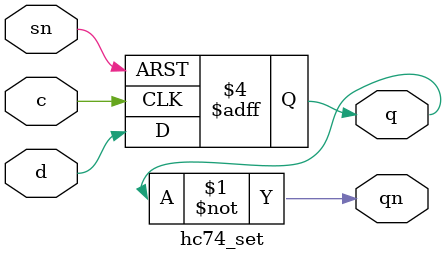
<source format=sv>
module top (
    // I/O ports
    input  logic hz100, reset,
    input  logic [20:0] pb,
    output logic [7:0] left, right, ss7, ss6, ss5, ss4, ss3, ss2, ss1, ss0,
    output logic red, green, blue,
    
    // UART ports
    output logic [7:0] txdata,
    input  logic [7:0] rxdata,
    output logic txclk, rxclk,
    input  logic txready, rxready
);

    hc74_reset ff1 (
        .d(pb[1]),
        .c(pb[0]),
        .rn(pb[16]),
        .q(right[0]),
        .qn()
    );

    hc74_set ff2 (
        .d(pb[1]),
        .c(pb[0]),
        .sn(pb[16]),
        .q(right[1]),
        .qn()
    );

endmodule


// This is a single D flip-flop with an active-low asynchronous reset (clear).
// It has no asynchronous set because the simulator does not allow it.
// Other than the lack of a set, it is half of a 74HC74 chip.

module hc74_reset(input logic d, c, rn,
                  output logic q, qn);
  assign qn = ~q;
  always_ff @(posedge c, negedge rn)
    if (rn == 1'b0)
      q <= 1'b0;
    else
      q <= d;
endmodule


// This is a single D flip-flop with an active-low asynchronous set (preset).
// It has no asynchronous reset because the simulator does not allow it.
// Other than the lack of a reset, it is half of a 74HC74 chip.
module hc74_set(input logic d, c, sn,
                  output logic q, qn);
  assign qn = ~q;
  always_ff @(posedge c, negedge sn)
    if (sn == 1'b0)
      q <= 1'b1;
    else
      q <= d;
endmodule

</source>
